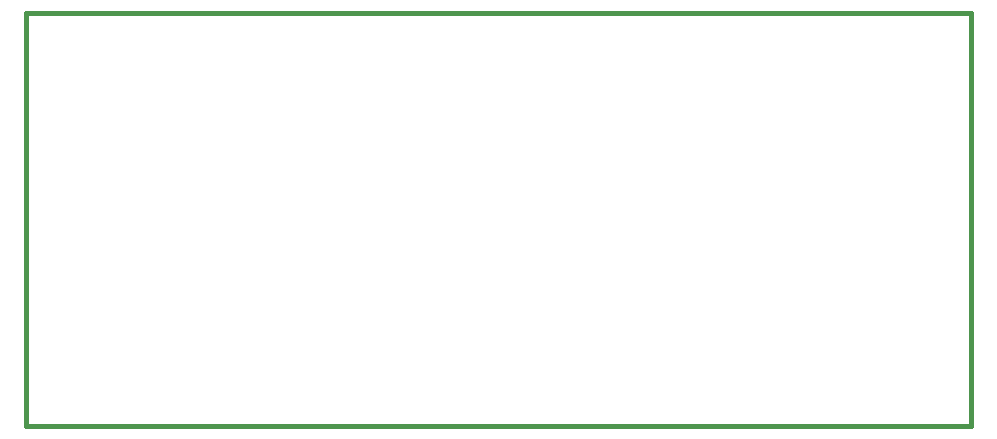
<source format=gbr>
G04 (created by PCBNEW (2013-03-31 BZR 4008)-stable) date 2013-07-24 10:52:05 PM*
%MOIN*%
G04 Gerber Fmt 3.4, Leading zero omitted, Abs format*
%FSLAX34Y34*%
G01*
G70*
G90*
G04 APERTURE LIST*
%ADD10C,2.3622e-006*%
%ADD11C,0.015*%
G04 APERTURE END LIST*
G54D10*
G54D11*
X9843Y-29528D02*
X9843Y-15748D01*
X41339Y-29528D02*
X9843Y-29528D01*
X41339Y-15748D02*
X41339Y-29528D01*
X9843Y-15748D02*
X41339Y-15748D01*
M02*

</source>
